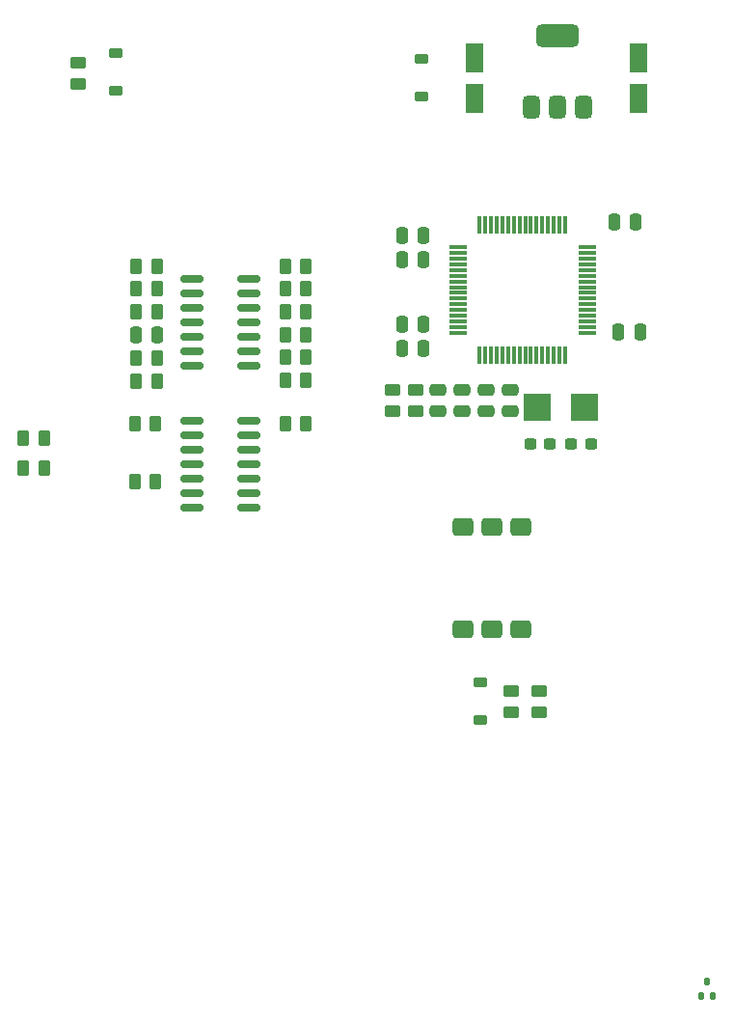
<source format=gbr>
%TF.GenerationSoftware,KiCad,Pcbnew,8.0.8*%
%TF.CreationDate,2025-06-14T16:52:44+01:00*%
%TF.ProjectId,oscar_components,6f736361-725f-4636-9f6d-706f6e656e74,rev?*%
%TF.SameCoordinates,Original*%
%TF.FileFunction,Paste,Bot*%
%TF.FilePolarity,Positive*%
%FSLAX46Y46*%
G04 Gerber Fmt 4.6, Leading zero omitted, Abs format (unit mm)*
G04 Created by KiCad (PCBNEW 8.0.8) date 2025-06-14 16:52:44*
%MOMM*%
%LPD*%
G01*
G04 APERTURE LIST*
G04 Aperture macros list*
%AMRoundRect*
0 Rectangle with rounded corners*
0 $1 Rounding radius*
0 $2 $3 $4 $5 $6 $7 $8 $9 X,Y pos of 4 corners*
0 Add a 4 corners polygon primitive as box body*
4,1,4,$2,$3,$4,$5,$6,$7,$8,$9,$2,$3,0*
0 Add four circle primitives for the rounded corners*
1,1,$1+$1,$2,$3*
1,1,$1+$1,$4,$5*
1,1,$1+$1,$6,$7*
1,1,$1+$1,$8,$9*
0 Add four rect primitives between the rounded corners*
20,1,$1+$1,$2,$3,$4,$5,0*
20,1,$1+$1,$4,$5,$6,$7,0*
20,1,$1+$1,$6,$7,$8,$9,0*
20,1,$1+$1,$8,$9,$2,$3,0*%
G04 Aperture macros list end*
%ADD10RoundRect,0.250000X-0.250000X-0.475000X0.250000X-0.475000X0.250000X0.475000X-0.250000X0.475000X0*%
%ADD11RoundRect,0.237500X0.300000X0.237500X-0.300000X0.237500X-0.300000X-0.237500X0.300000X-0.237500X0*%
%ADD12RoundRect,0.250000X0.250000X0.475000X-0.250000X0.475000X-0.250000X-0.475000X0.250000X-0.475000X0*%
%ADD13RoundRect,0.250000X0.550000X-1.050000X0.550000X1.050000X-0.550000X1.050000X-0.550000X-1.050000X0*%
%ADD14RoundRect,0.250000X-0.475000X0.250000X-0.475000X-0.250000X0.475000X-0.250000X0.475000X0.250000X0*%
%ADD15RoundRect,0.225000X0.375000X-0.225000X0.375000X0.225000X-0.375000X0.225000X-0.375000X-0.225000X0*%
%ADD16RoundRect,0.250000X-0.262500X-0.450000X0.262500X-0.450000X0.262500X0.450000X-0.262500X0.450000X0*%
%ADD17RoundRect,0.250000X0.262500X0.450000X-0.262500X0.450000X-0.262500X-0.450000X0.262500X-0.450000X0*%
%ADD18RoundRect,0.075000X0.075000X-0.700000X0.075000X0.700000X-0.075000X0.700000X-0.075000X-0.700000X0*%
%ADD19RoundRect,0.075000X0.700000X-0.075000X0.700000X0.075000X-0.700000X0.075000X-0.700000X-0.075000X0*%
%ADD20RoundRect,0.150000X0.825000X0.150000X-0.825000X0.150000X-0.825000X-0.150000X0.825000X-0.150000X0*%
%ADD21RoundRect,0.150000X-0.825000X-0.150000X0.825000X-0.150000X0.825000X0.150000X-0.825000X0.150000X0*%
%ADD22RoundRect,0.375000X0.375000X-0.625000X0.375000X0.625000X-0.375000X0.625000X-0.375000X-0.625000X0*%
%ADD23RoundRect,0.500000X1.400000X-0.500000X1.400000X0.500000X-1.400000X0.500000X-1.400000X-0.500000X0*%
%ADD24R,2.450000X2.400000*%
%ADD25RoundRect,0.250000X-0.450000X0.262500X-0.450000X-0.262500X0.450000X-0.262500X0.450000X0.262500X0*%
%ADD26RoundRect,0.225000X-0.375000X0.225000X-0.375000X-0.225000X0.375000X-0.225000X0.375000X0.225000X0*%
%ADD27RoundRect,0.237500X-0.300000X-0.237500X0.300000X-0.237500X0.300000X0.237500X-0.300000X0.237500X0*%
%ADD28RoundRect,0.250164X0.639836X-0.512336X0.639836X0.512336X-0.639836X0.512336X-0.639836X-0.512336X0*%
%ADD29RoundRect,0.250164X-0.639836X0.512336X-0.639836X-0.512336X0.639836X-0.512336X0.639836X0.512336X0*%
%ADD30RoundRect,0.125000X0.125000X-0.175000X0.125000X0.175000X-0.125000X0.175000X-0.125000X-0.175000X0*%
%ADD31RoundRect,0.250000X0.450000X-0.262500X0.450000X0.262500X-0.450000X0.262500X-0.450000X-0.262500X0*%
G04 APERTURE END LIST*
D10*
%TO.C,C3*%
X156050000Y-69900000D03*
X157950000Y-69900000D03*
%TD*%
D11*
%TO.C,C4*%
X154012500Y-89400000D03*
X152287500Y-89400000D03*
%TD*%
D12*
%TO.C,C9*%
X139350000Y-73200000D03*
X137450000Y-73200000D03*
%TD*%
%TO.C,C10*%
X139350000Y-78900000D03*
X137450000Y-78900000D03*
%TD*%
%TO.C,C12*%
X139350000Y-71100000D03*
X137450000Y-71100000D03*
%TD*%
D13*
%TO.C,C2*%
X143800000Y-59100000D03*
X143800000Y-55500000D03*
%TD*%
%TO.C,C8*%
X158200000Y-59100000D03*
X158200000Y-55500000D03*
%TD*%
D14*
%TO.C,C11*%
X140600000Y-84650000D03*
X140600000Y-86550000D03*
%TD*%
D15*
%TO.C,D1*%
X139100000Y-58950000D03*
X139100000Y-55650000D03*
%TD*%
D16*
%TO.C,R2*%
X127187500Y-79800000D03*
X129012500Y-79800000D03*
%TD*%
D17*
%TO.C,R3*%
X129012500Y-83800000D03*
X127187500Y-83800000D03*
%TD*%
%TO.C,R4*%
X115912500Y-77800000D03*
X114087500Y-77800000D03*
%TD*%
%TO.C,R5*%
X115912500Y-75800000D03*
X114087500Y-75800000D03*
%TD*%
D16*
%TO.C,R6*%
X127187500Y-77800000D03*
X129012500Y-77800000D03*
%TD*%
D17*
%TO.C,R7*%
X129012500Y-73800000D03*
X127187500Y-73800000D03*
%TD*%
%TO.C,R9*%
X115912500Y-73800000D03*
X114087500Y-73800000D03*
%TD*%
D16*
%TO.C,R10*%
X127187500Y-75800000D03*
X129012500Y-75800000D03*
%TD*%
D17*
%TO.C,R13*%
X129012500Y-87600000D03*
X127187500Y-87600000D03*
%TD*%
D16*
%TO.C,R15*%
X113987500Y-92700000D03*
X115812500Y-92700000D03*
%TD*%
D18*
%TO.C,U3*%
X151750000Y-81575000D03*
X151250000Y-81575000D03*
X150750000Y-81575000D03*
X150250000Y-81575000D03*
X149750000Y-81575000D03*
X149250000Y-81575000D03*
X148750000Y-81575000D03*
X148250000Y-81575000D03*
X147750000Y-81575000D03*
X147250000Y-81575000D03*
X146750000Y-81575000D03*
X146250000Y-81575000D03*
X145750000Y-81575000D03*
X145250000Y-81575000D03*
X144750000Y-81575000D03*
X144250000Y-81575000D03*
D19*
X142325000Y-79650000D03*
X142325000Y-79150000D03*
X142325000Y-78650000D03*
X142325000Y-78150000D03*
X142325000Y-77650000D03*
X142325000Y-77150000D03*
X142325000Y-76650000D03*
X142325000Y-76150000D03*
X142325000Y-75650000D03*
X142325000Y-75150000D03*
X142325000Y-74650000D03*
X142325000Y-74150000D03*
X142325000Y-73650000D03*
X142325000Y-73150000D03*
X142325000Y-72650000D03*
X142325000Y-72150000D03*
D18*
X144250000Y-70225000D03*
X144750000Y-70225000D03*
X145250000Y-70225000D03*
X145750000Y-70225000D03*
X146250000Y-70225000D03*
X146750000Y-70225000D03*
X147250000Y-70225000D03*
X147750000Y-70225000D03*
X148250000Y-70225000D03*
X148750000Y-70225000D03*
X149250000Y-70225000D03*
X149750000Y-70225000D03*
X150250000Y-70225000D03*
X150750000Y-70225000D03*
X151250000Y-70225000D03*
X151750000Y-70225000D03*
D19*
X153675000Y-72150000D03*
X153675000Y-72650000D03*
X153675000Y-73150000D03*
X153675000Y-73650000D03*
X153675000Y-74150000D03*
X153675000Y-74650000D03*
X153675000Y-75150000D03*
X153675000Y-75650000D03*
X153675000Y-76150000D03*
X153675000Y-76650000D03*
X153675000Y-77150000D03*
X153675000Y-77650000D03*
X153675000Y-78150000D03*
X153675000Y-78650000D03*
X153675000Y-79150000D03*
X153675000Y-79650000D03*
%TD*%
D20*
%TO.C,U5*%
X123975000Y-74890000D03*
X123975000Y-76160000D03*
X123975000Y-77430000D03*
X123975000Y-78700000D03*
X123975000Y-79970000D03*
X123975000Y-81240000D03*
X123975000Y-82510000D03*
X119025000Y-82510000D03*
X119025000Y-81240000D03*
X119025000Y-79970000D03*
X119025000Y-78700000D03*
X119025000Y-77430000D03*
X119025000Y-76160000D03*
X119025000Y-74890000D03*
%TD*%
D21*
%TO.C,U4*%
X119025000Y-95010000D03*
X119025000Y-93740000D03*
X119025000Y-92470000D03*
X119025000Y-91200000D03*
X119025000Y-89930000D03*
X119025000Y-88660000D03*
X119025000Y-87390000D03*
X123975000Y-87390000D03*
X123975000Y-88660000D03*
X123975000Y-89930000D03*
X123975000Y-91200000D03*
X123975000Y-92470000D03*
X123975000Y-93740000D03*
X123975000Y-95010000D03*
%TD*%
D22*
%TO.C,U1*%
X153400000Y-59850000D03*
X151100000Y-59850000D03*
D23*
X151100000Y-53550000D03*
D22*
X148800000Y-59850000D03*
%TD*%
D24*
%TO.C,Y1*%
X149275000Y-86200000D03*
X153425000Y-86200000D03*
%TD*%
D25*
%TO.C,L1*%
X138600000Y-84687500D03*
X138600000Y-86512500D03*
%TD*%
D16*
%TO.C,R8*%
X127187500Y-81800000D03*
X129012500Y-81800000D03*
%TD*%
D26*
%TO.C,D2*%
X112300000Y-55150000D03*
X112300000Y-58450000D03*
%TD*%
D16*
%TO.C,R14*%
X113987500Y-87600000D03*
X115812500Y-87600000D03*
%TD*%
D10*
%TO.C,C6*%
X156450000Y-79600000D03*
X158350000Y-79600000D03*
%TD*%
D27*
%TO.C,C5*%
X148687500Y-89400000D03*
X150412500Y-89400000D03*
%TD*%
D12*
%TO.C,C1*%
X139350000Y-81000000D03*
X137450000Y-81000000D03*
%TD*%
D25*
%TO.C,R1*%
X109000000Y-55987500D03*
X109000000Y-57812500D03*
%TD*%
D16*
%TO.C,R12*%
X114087500Y-83900000D03*
X115912500Y-83900000D03*
%TD*%
D25*
%TO.C,R20*%
X149500000Y-111087500D03*
X149500000Y-112912500D03*
%TD*%
D14*
%TO.C,C7*%
X146900000Y-84650000D03*
X146900000Y-86550000D03*
%TD*%
%TO.C,C14*%
X142700000Y-84650000D03*
X142700000Y-86550000D03*
%TD*%
D17*
%TO.C,R18*%
X106012500Y-88900000D03*
X104187500Y-88900000D03*
%TD*%
D14*
%TO.C,C13*%
X144800000Y-84650000D03*
X144800000Y-86550000D03*
%TD*%
D28*
%TO.C,U6*%
X147865000Y-105700000D03*
D29*
X145325000Y-105700000D03*
D28*
X142785000Y-105700000D03*
X142785000Y-96700000D03*
X145325000Y-96700000D03*
X147865000Y-96700000D03*
%TD*%
D17*
%TO.C,R19*%
X106012500Y-91500000D03*
X104187500Y-91500000D03*
%TD*%
D10*
%TO.C,C15*%
X114050000Y-79800000D03*
X115950000Y-79800000D03*
%TD*%
D17*
%TO.C,R11*%
X115912500Y-81900000D03*
X114087500Y-81900000D03*
%TD*%
D25*
%TO.C,R16*%
X147000000Y-111087500D03*
X147000000Y-112912500D03*
%TD*%
D30*
%TO.C,D4*%
X164700000Y-137850000D03*
X163700000Y-137850000D03*
X164200000Y-136550000D03*
%TD*%
D31*
%TO.C,R17*%
X136600000Y-86512500D03*
X136600000Y-84687500D03*
%TD*%
D26*
%TO.C,D3*%
X144300000Y-110350000D03*
X144300000Y-113650000D03*
%TD*%
M02*

</source>
